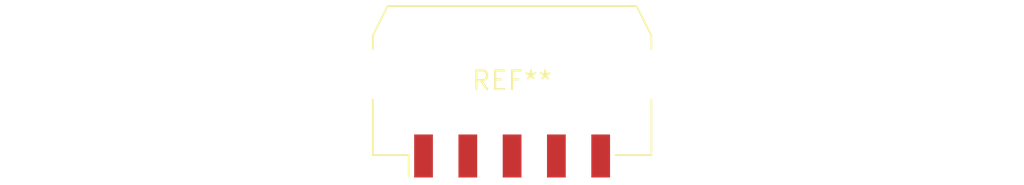
<source format=kicad_pcb>
(kicad_pcb (version 20240108) (generator pcbnew)
  (layers (0 "F.Cu" signal) (31 "B.Cu" signal) (34 "B.Paste" user) (35 "F.Paste" user) (36 "B.SilkS" user "B.Silkscreen") (37 "F.SilkS" user "F.Silkscreen") (38 "B.Mask" user) (39 "F.Mask" user) (44 "Edge.Cuts" user))
  (net 0 "")
  (footprint "Molex_Micro-Fit_3.0_43650-0510_1x05-1MP_P3.00mm_Horizontal_PnP" (layer "F.Cu") (at 0 0)
    (property "Reference" "REF**")
    (property "Value" "Molex_Micro-Fit_3.0_43650-0510_1x05-1MP_P3.00mm_Horizontal_PnP")
    (fp_line (start -9.435 -3.06) (end -9.435 -2.14) (layer "F.SilkS") (stroke (width 0.12)))
    (fp_line (start -9.435 1.29) (end -9.435 5.06) (layer "F.SilkS") (stroke (width 0.12)))
    (fp_line (start -9.435 5.06) (end -7.005 5.06) (layer "F.SilkS") (stroke (width 0.12)))
    (fp_line (start -8.435 -5.06) (end -9.435 -3.06) (layer "F.SilkS") (stroke (width 0.12)))
    (fp_line (start -7.005 5.06) (end -7.005 6.52) (layer "F.SilkS") (stroke (width 0.12)))
    (fp_line (start 0 -5.06) (end -8.435 -5.06) (layer "F.SilkS") (stroke (width 0.12)))
    (fp_line (start 0 -5.06) (end 8.435 -5.06) (layer "F.SilkS") (stroke (width 0.12)))
    (fp_line (start 8.435 -5.06) (end 9.435 -3.06) (layer "F.SilkS") (stroke (width 0.12)))
    (fp_line (start 9.435 -3.06) (end 9.435 -2.14) (layer "F.SilkS") (stroke (width 0.12)))
    (fp_line (start 9.435 1.29) (end 9.435 5.06) (layer "F.SilkS") (stroke (width 0.12)))
    (fp_line (start 9.435 5.06) (end 7.005 5.06) (layer "F.SilkS") (stroke (width 0.12)))
    (pad "1" smd rect (at -6 5.12) (size 1.27 2.92) (layers "F.Cu" "F.Paste" "F.Mask"))
    (pad "2" smd rect (at -3 5.12) (size 1.27 2.92) (layers "F.Cu" "F.Paste" "F.Mask"))
    (pad "3" smd rect (at 0 5.12) (size 1.27 2.92) (layers "F.Cu" "F.Paste" "F.Mask"))
    (pad "4" smd rect (at 3 5.12) (size 1.27 2.92) (layers "F.Cu" "F.Paste" "F.Mask"))
    (pad "5" smd rect (at 6 5.12) (size 1.27 2.92) (layers "F.Cu" "F.Paste" "F.Mask"))
    (pad "MP" thru_hole circle (at -8.15 -0.35) (size 2.84 2.84) (drill 2.54) (layers *.Cu *.Mask) (remove_unused_layers))
    (pad "MP" thru_hole circle (at 8.15 -0.35) (size 2.84 2.84) (drill 2.54) (layers *.Cu *.Mask) (remove_unused_layers))
  )
)
</source>
